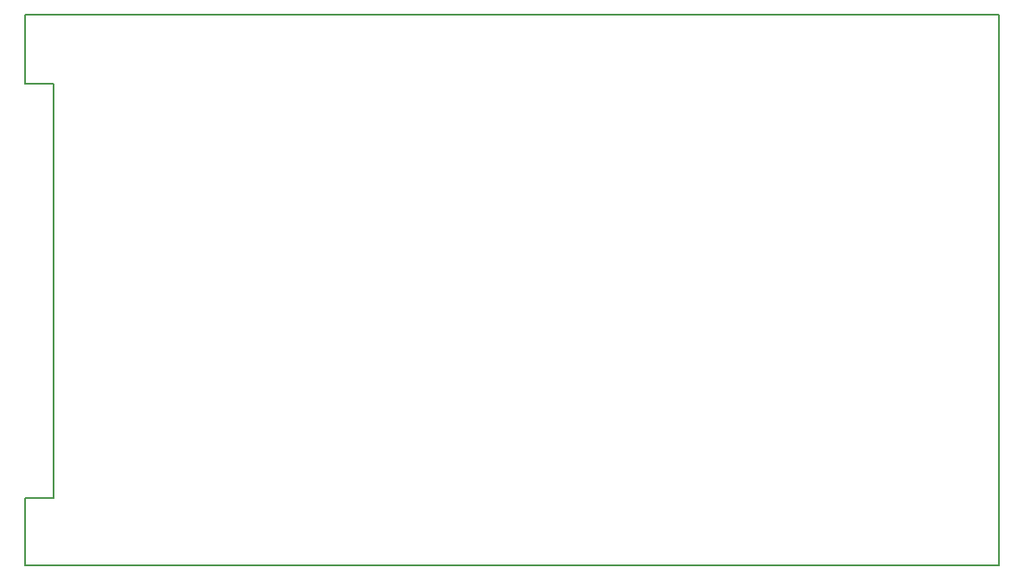
<source format=gbr>
G04 #@! TF.GenerationSoftware,KiCad,Pcbnew,5.0.2-bee76a0~70~ubuntu18.04.1*
G04 #@! TF.CreationDate,2019-06-23T18:14:28-07:00*
G04 #@! TF.ProjectId,aa-input-controller,61612d69-6e70-4757-942d-636f6e74726f,rev?*
G04 #@! TF.SameCoordinates,Original*
G04 #@! TF.FileFunction,Profile,NP*
%FSLAX46Y46*%
G04 Gerber Fmt 4.6, Leading zero omitted, Abs format (unit mm)*
G04 Created by KiCad (PCBNEW 5.0.2-bee76a0~70~ubuntu18.04.1) date Sun 23 Jun 2019 06:14:28 PM PDT*
%MOMM*%
%LPD*%
G01*
G04 APERTURE LIST*
%ADD10C,0.200000*%
G04 APERTURE END LIST*
D10*
X101600000Y-120396000D02*
X101600000Y-127000000D01*
X104394000Y-120396000D02*
X101600000Y-120396000D01*
X104394000Y-79756000D02*
X104394000Y-120396000D01*
X101600000Y-79756000D02*
X104394000Y-79756000D01*
X196977000Y-127000000D02*
X101600000Y-127000000D01*
X196977000Y-73025000D02*
X196977000Y-127000000D01*
X101600000Y-73025000D02*
X196977000Y-73025000D01*
X101600000Y-79756000D02*
X101600000Y-73025000D01*
M02*

</source>
